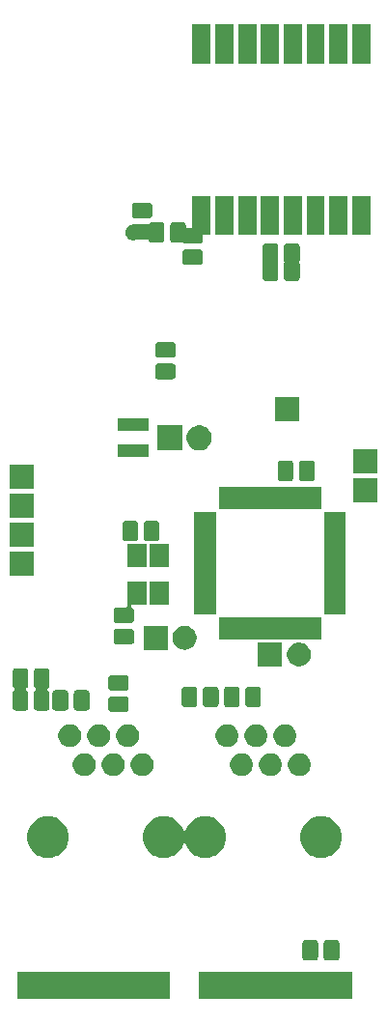
<source format=gts>
G04 #@! TF.GenerationSoftware,KiCad,Pcbnew,5.1.6-c6e7f7d~87~ubuntu20.04.1*
G04 #@! TF.CreationDate,2020-07-20T11:44:09+02:00*
G04 #@! TF.ProjectId,weerstasie,77656572-7374-4617-9369-652e6b696361,rev?*
G04 #@! TF.SameCoordinates,Original*
G04 #@! TF.FileFunction,Soldermask,Top*
G04 #@! TF.FilePolarity,Negative*
%FSLAX46Y46*%
G04 Gerber Fmt 4.6, Leading zero omitted, Abs format (unit mm)*
G04 Created by KiCad (PCBNEW 5.1.6-c6e7f7d~87~ubuntu20.04.1) date 2020-07-20 11:44:09*
%MOMM*%
%LPD*%
G01*
G04 APERTURE LIST*
%ADD10C,0.100000*%
G04 APERTURE END LIST*
D10*
G36*
X132200000Y-132200000D02*
G01*
X118800000Y-132200000D01*
X118800000Y-129800000D01*
X132200000Y-129800000D01*
X132200000Y-132200000D01*
G37*
G36*
X116200000Y-132200000D02*
G01*
X102800000Y-132200000D01*
X102800000Y-129800000D01*
X116200000Y-129800000D01*
X116200000Y-132200000D01*
G37*
G36*
X128989599Y-127020397D02*
G01*
X129042247Y-127036368D01*
X129090768Y-127062302D01*
X129133295Y-127097205D01*
X129168198Y-127139732D01*
X129194132Y-127188253D01*
X129210103Y-127240901D01*
X129216100Y-127301790D01*
X129216100Y-128527010D01*
X129210103Y-128587899D01*
X129194132Y-128640547D01*
X129168198Y-128689068D01*
X129133295Y-128731595D01*
X129090768Y-128766498D01*
X129042247Y-128792432D01*
X128989599Y-128808403D01*
X128928710Y-128814400D01*
X128128490Y-128814400D01*
X128067601Y-128808403D01*
X128014953Y-128792432D01*
X127966432Y-128766498D01*
X127923905Y-128731595D01*
X127889002Y-128689068D01*
X127863068Y-128640547D01*
X127847097Y-128587899D01*
X127841100Y-128527010D01*
X127841100Y-127301790D01*
X127847097Y-127240901D01*
X127863068Y-127188253D01*
X127889002Y-127139732D01*
X127923905Y-127097205D01*
X127966432Y-127062302D01*
X128014953Y-127036368D01*
X128067601Y-127020397D01*
X128128490Y-127014400D01*
X128928710Y-127014400D01*
X128989599Y-127020397D01*
G37*
G36*
X130864599Y-127020397D02*
G01*
X130917247Y-127036368D01*
X130965768Y-127062302D01*
X131008295Y-127097205D01*
X131043198Y-127139732D01*
X131069132Y-127188253D01*
X131085103Y-127240901D01*
X131091100Y-127301790D01*
X131091100Y-128527010D01*
X131085103Y-128587899D01*
X131069132Y-128640547D01*
X131043198Y-128689068D01*
X131008295Y-128731595D01*
X130965768Y-128766498D01*
X130917247Y-128792432D01*
X130864599Y-128808403D01*
X130803710Y-128814400D01*
X130003490Y-128814400D01*
X129942601Y-128808403D01*
X129889953Y-128792432D01*
X129841432Y-128766498D01*
X129798905Y-128731595D01*
X129764002Y-128689068D01*
X129738068Y-128640547D01*
X129722097Y-128587899D01*
X129716100Y-128527010D01*
X129716100Y-127301790D01*
X129722097Y-127240901D01*
X129738068Y-127188253D01*
X129764002Y-127139732D01*
X129798905Y-127097205D01*
X129841432Y-127062302D01*
X129889953Y-127036368D01*
X129942601Y-127020397D01*
X130003490Y-127014400D01*
X130803710Y-127014400D01*
X130864599Y-127020397D01*
G37*
G36*
X116036040Y-116210067D02*
G01*
X116212333Y-116245134D01*
X116349904Y-116302118D01*
X116544460Y-116382705D01*
X116843369Y-116582430D01*
X117097570Y-116836631D01*
X117297295Y-117135540D01*
X117384516Y-117346111D01*
X117396067Y-117367722D01*
X117411612Y-117386663D01*
X117430554Y-117402209D01*
X117452165Y-117413760D01*
X117475614Y-117420873D01*
X117500000Y-117423275D01*
X117524386Y-117420873D01*
X117547835Y-117413760D01*
X117569446Y-117402209D01*
X117588387Y-117386664D01*
X117603933Y-117367722D01*
X117615484Y-117346111D01*
X117702705Y-117135540D01*
X117902430Y-116836631D01*
X118156631Y-116582430D01*
X118455540Y-116382705D01*
X118650096Y-116302118D01*
X118787667Y-116245134D01*
X118963960Y-116210067D01*
X119140252Y-116175000D01*
X119499748Y-116175000D01*
X119676040Y-116210067D01*
X119852333Y-116245134D01*
X119989904Y-116302118D01*
X120184460Y-116382705D01*
X120483369Y-116582430D01*
X120737570Y-116836631D01*
X120937295Y-117135540D01*
X121074866Y-117467668D01*
X121145000Y-117820252D01*
X121145000Y-118179748D01*
X121074866Y-118532332D01*
X120937295Y-118864460D01*
X120737570Y-119163369D01*
X120483369Y-119417570D01*
X120184460Y-119617295D01*
X119989904Y-119697882D01*
X119852333Y-119754866D01*
X119676040Y-119789933D01*
X119499748Y-119825000D01*
X119140252Y-119825000D01*
X118963960Y-119789933D01*
X118787667Y-119754866D01*
X118650096Y-119697882D01*
X118455540Y-119617295D01*
X118156631Y-119417570D01*
X117902430Y-119163369D01*
X117702705Y-118864460D01*
X117615484Y-118653889D01*
X117603933Y-118632278D01*
X117588388Y-118613337D01*
X117569446Y-118597791D01*
X117547835Y-118586240D01*
X117524386Y-118579127D01*
X117500000Y-118576725D01*
X117475614Y-118579127D01*
X117452165Y-118586240D01*
X117430554Y-118597791D01*
X117411613Y-118613336D01*
X117396067Y-118632278D01*
X117384516Y-118653889D01*
X117297295Y-118864460D01*
X117097570Y-119163369D01*
X116843369Y-119417570D01*
X116544460Y-119617295D01*
X116349904Y-119697882D01*
X116212333Y-119754866D01*
X116036040Y-119789933D01*
X115859748Y-119825000D01*
X115500252Y-119825000D01*
X115323960Y-119789933D01*
X115147667Y-119754866D01*
X115010096Y-119697882D01*
X114815540Y-119617295D01*
X114516631Y-119417570D01*
X114262430Y-119163369D01*
X114062705Y-118864460D01*
X113925134Y-118532332D01*
X113855000Y-118179748D01*
X113855000Y-117820252D01*
X113925134Y-117467668D01*
X114062705Y-117135540D01*
X114262430Y-116836631D01*
X114516631Y-116582430D01*
X114815540Y-116382705D01*
X115010096Y-116302118D01*
X115147667Y-116245134D01*
X115323960Y-116210067D01*
X115500252Y-116175000D01*
X115859748Y-116175000D01*
X116036040Y-116210067D01*
G37*
G36*
X129836040Y-116210067D02*
G01*
X130012333Y-116245134D01*
X130149904Y-116302118D01*
X130344460Y-116382705D01*
X130643369Y-116582430D01*
X130897570Y-116836631D01*
X131097295Y-117135540D01*
X131234866Y-117467668D01*
X131305000Y-117820252D01*
X131305000Y-118179748D01*
X131234866Y-118532332D01*
X131097295Y-118864460D01*
X130897570Y-119163369D01*
X130643369Y-119417570D01*
X130344460Y-119617295D01*
X130149904Y-119697882D01*
X130012333Y-119754866D01*
X129836040Y-119789933D01*
X129659748Y-119825000D01*
X129300252Y-119825000D01*
X129123960Y-119789933D01*
X128947667Y-119754866D01*
X128810096Y-119697882D01*
X128615540Y-119617295D01*
X128316631Y-119417570D01*
X128062430Y-119163369D01*
X127862705Y-118864460D01*
X127725134Y-118532332D01*
X127655000Y-118179748D01*
X127655000Y-117820252D01*
X127725134Y-117467668D01*
X127862705Y-117135540D01*
X128062430Y-116836631D01*
X128316631Y-116582430D01*
X128615540Y-116382705D01*
X128810096Y-116302118D01*
X128947667Y-116245134D01*
X129123960Y-116210067D01*
X129300252Y-116175000D01*
X129659748Y-116175000D01*
X129836040Y-116210067D01*
G37*
G36*
X105876040Y-116210067D02*
G01*
X106052333Y-116245134D01*
X106189904Y-116302118D01*
X106384460Y-116382705D01*
X106683369Y-116582430D01*
X106937570Y-116836631D01*
X107137295Y-117135540D01*
X107274866Y-117467668D01*
X107345000Y-117820252D01*
X107345000Y-118179748D01*
X107274866Y-118532332D01*
X107137295Y-118864460D01*
X106937570Y-119163369D01*
X106683369Y-119417570D01*
X106384460Y-119617295D01*
X106189904Y-119697882D01*
X106052333Y-119754866D01*
X105876040Y-119789933D01*
X105699748Y-119825000D01*
X105340252Y-119825000D01*
X105163960Y-119789933D01*
X104987667Y-119754866D01*
X104850096Y-119697882D01*
X104655540Y-119617295D01*
X104356631Y-119417570D01*
X104102430Y-119163369D01*
X103902705Y-118864460D01*
X103765134Y-118532332D01*
X103695000Y-118179748D01*
X103695000Y-117820252D01*
X103765134Y-117467668D01*
X103902705Y-117135540D01*
X104102430Y-116836631D01*
X104356631Y-116582430D01*
X104655540Y-116382705D01*
X104850096Y-116302118D01*
X104987667Y-116245134D01*
X105163960Y-116210067D01*
X105340252Y-116175000D01*
X105699748Y-116175000D01*
X105876040Y-116210067D01*
G37*
G36*
X125262290Y-110675619D02*
G01*
X125326689Y-110688429D01*
X125508678Y-110763811D01*
X125672463Y-110873249D01*
X125811751Y-111012537D01*
X125921189Y-111176322D01*
X125996571Y-111358311D01*
X126035000Y-111551509D01*
X126035000Y-111748491D01*
X125996571Y-111941689D01*
X125921189Y-112123678D01*
X125811751Y-112287463D01*
X125672463Y-112426751D01*
X125508678Y-112536189D01*
X125326689Y-112611571D01*
X125262290Y-112624381D01*
X125133493Y-112650000D01*
X124936507Y-112650000D01*
X124807710Y-112624381D01*
X124743311Y-112611571D01*
X124561322Y-112536189D01*
X124397537Y-112426751D01*
X124258249Y-112287463D01*
X124148811Y-112123678D01*
X124073429Y-111941689D01*
X124035000Y-111748491D01*
X124035000Y-111551509D01*
X124073429Y-111358311D01*
X124148811Y-111176322D01*
X124258249Y-111012537D01*
X124397537Y-110873249D01*
X124561322Y-110763811D01*
X124743311Y-110688429D01*
X124807710Y-110675619D01*
X124936507Y-110650000D01*
X125133493Y-110650000D01*
X125262290Y-110675619D01*
G37*
G36*
X127802290Y-110675619D02*
G01*
X127866689Y-110688429D01*
X128048678Y-110763811D01*
X128212463Y-110873249D01*
X128351751Y-111012537D01*
X128461189Y-111176322D01*
X128536571Y-111358311D01*
X128575000Y-111551509D01*
X128575000Y-111748491D01*
X128536571Y-111941689D01*
X128461189Y-112123678D01*
X128351751Y-112287463D01*
X128212463Y-112426751D01*
X128048678Y-112536189D01*
X127866689Y-112611571D01*
X127802290Y-112624381D01*
X127673493Y-112650000D01*
X127476507Y-112650000D01*
X127347710Y-112624381D01*
X127283311Y-112611571D01*
X127101322Y-112536189D01*
X126937537Y-112426751D01*
X126798249Y-112287463D01*
X126688811Y-112123678D01*
X126613429Y-111941689D01*
X126575000Y-111748491D01*
X126575000Y-111551509D01*
X126613429Y-111358311D01*
X126688811Y-111176322D01*
X126798249Y-111012537D01*
X126937537Y-110873249D01*
X127101322Y-110763811D01*
X127283311Y-110688429D01*
X127347710Y-110675619D01*
X127476507Y-110650000D01*
X127673493Y-110650000D01*
X127802290Y-110675619D01*
G37*
G36*
X122722290Y-110675619D02*
G01*
X122786689Y-110688429D01*
X122968678Y-110763811D01*
X123132463Y-110873249D01*
X123271751Y-111012537D01*
X123381189Y-111176322D01*
X123456571Y-111358311D01*
X123495000Y-111551509D01*
X123495000Y-111748491D01*
X123456571Y-111941689D01*
X123381189Y-112123678D01*
X123271751Y-112287463D01*
X123132463Y-112426751D01*
X122968678Y-112536189D01*
X122786689Y-112611571D01*
X122722290Y-112624381D01*
X122593493Y-112650000D01*
X122396507Y-112650000D01*
X122267710Y-112624381D01*
X122203311Y-112611571D01*
X122021322Y-112536189D01*
X121857537Y-112426751D01*
X121718249Y-112287463D01*
X121608811Y-112123678D01*
X121533429Y-111941689D01*
X121495000Y-111748491D01*
X121495000Y-111551509D01*
X121533429Y-111358311D01*
X121608811Y-111176322D01*
X121718249Y-111012537D01*
X121857537Y-110873249D01*
X122021322Y-110763811D01*
X122203311Y-110688429D01*
X122267710Y-110675619D01*
X122396507Y-110650000D01*
X122593493Y-110650000D01*
X122722290Y-110675619D01*
G37*
G36*
X114002290Y-110675619D02*
G01*
X114066689Y-110688429D01*
X114248678Y-110763811D01*
X114412463Y-110873249D01*
X114551751Y-111012537D01*
X114661189Y-111176322D01*
X114736571Y-111358311D01*
X114775000Y-111551509D01*
X114775000Y-111748491D01*
X114736571Y-111941689D01*
X114661189Y-112123678D01*
X114551751Y-112287463D01*
X114412463Y-112426751D01*
X114248678Y-112536189D01*
X114066689Y-112611571D01*
X114002290Y-112624381D01*
X113873493Y-112650000D01*
X113676507Y-112650000D01*
X113547710Y-112624381D01*
X113483311Y-112611571D01*
X113301322Y-112536189D01*
X113137537Y-112426751D01*
X112998249Y-112287463D01*
X112888811Y-112123678D01*
X112813429Y-111941689D01*
X112775000Y-111748491D01*
X112775000Y-111551509D01*
X112813429Y-111358311D01*
X112888811Y-111176322D01*
X112998249Y-111012537D01*
X113137537Y-110873249D01*
X113301322Y-110763811D01*
X113483311Y-110688429D01*
X113547710Y-110675619D01*
X113676507Y-110650000D01*
X113873493Y-110650000D01*
X114002290Y-110675619D01*
G37*
G36*
X111462290Y-110675619D02*
G01*
X111526689Y-110688429D01*
X111708678Y-110763811D01*
X111872463Y-110873249D01*
X112011751Y-111012537D01*
X112121189Y-111176322D01*
X112196571Y-111358311D01*
X112235000Y-111551509D01*
X112235000Y-111748491D01*
X112196571Y-111941689D01*
X112121189Y-112123678D01*
X112011751Y-112287463D01*
X111872463Y-112426751D01*
X111708678Y-112536189D01*
X111526689Y-112611571D01*
X111462290Y-112624381D01*
X111333493Y-112650000D01*
X111136507Y-112650000D01*
X111007710Y-112624381D01*
X110943311Y-112611571D01*
X110761322Y-112536189D01*
X110597537Y-112426751D01*
X110458249Y-112287463D01*
X110348811Y-112123678D01*
X110273429Y-111941689D01*
X110235000Y-111748491D01*
X110235000Y-111551509D01*
X110273429Y-111358311D01*
X110348811Y-111176322D01*
X110458249Y-111012537D01*
X110597537Y-110873249D01*
X110761322Y-110763811D01*
X110943311Y-110688429D01*
X111007710Y-110675619D01*
X111136507Y-110650000D01*
X111333493Y-110650000D01*
X111462290Y-110675619D01*
G37*
G36*
X108922290Y-110675619D02*
G01*
X108986689Y-110688429D01*
X109168678Y-110763811D01*
X109332463Y-110873249D01*
X109471751Y-111012537D01*
X109581189Y-111176322D01*
X109656571Y-111358311D01*
X109695000Y-111551509D01*
X109695000Y-111748491D01*
X109656571Y-111941689D01*
X109581189Y-112123678D01*
X109471751Y-112287463D01*
X109332463Y-112426751D01*
X109168678Y-112536189D01*
X108986689Y-112611571D01*
X108922290Y-112624381D01*
X108793493Y-112650000D01*
X108596507Y-112650000D01*
X108467710Y-112624381D01*
X108403311Y-112611571D01*
X108221322Y-112536189D01*
X108057537Y-112426751D01*
X107918249Y-112287463D01*
X107808811Y-112123678D01*
X107733429Y-111941689D01*
X107695000Y-111748491D01*
X107695000Y-111551509D01*
X107733429Y-111358311D01*
X107808811Y-111176322D01*
X107918249Y-111012537D01*
X108057537Y-110873249D01*
X108221322Y-110763811D01*
X108403311Y-110688429D01*
X108467710Y-110675619D01*
X108596507Y-110650000D01*
X108793493Y-110650000D01*
X108922290Y-110675619D01*
G37*
G36*
X110192290Y-108135619D02*
G01*
X110256689Y-108148429D01*
X110438678Y-108223811D01*
X110602463Y-108333249D01*
X110741751Y-108472537D01*
X110851189Y-108636322D01*
X110926571Y-108818311D01*
X110965000Y-109011509D01*
X110965000Y-109208491D01*
X110926571Y-109401689D01*
X110851189Y-109583678D01*
X110741751Y-109747463D01*
X110602463Y-109886751D01*
X110438678Y-109996189D01*
X110256689Y-110071571D01*
X110192290Y-110084381D01*
X110063493Y-110110000D01*
X109866507Y-110110000D01*
X109737710Y-110084381D01*
X109673311Y-110071571D01*
X109491322Y-109996189D01*
X109327537Y-109886751D01*
X109188249Y-109747463D01*
X109078811Y-109583678D01*
X109003429Y-109401689D01*
X108965000Y-109208491D01*
X108965000Y-109011509D01*
X109003429Y-108818311D01*
X109078811Y-108636322D01*
X109188249Y-108472537D01*
X109327537Y-108333249D01*
X109491322Y-108223811D01*
X109673311Y-108148429D01*
X109737710Y-108135619D01*
X109866507Y-108110000D01*
X110063493Y-108110000D01*
X110192290Y-108135619D01*
G37*
G36*
X126532290Y-108135619D02*
G01*
X126596689Y-108148429D01*
X126778678Y-108223811D01*
X126942463Y-108333249D01*
X127081751Y-108472537D01*
X127191189Y-108636322D01*
X127266571Y-108818311D01*
X127305000Y-109011509D01*
X127305000Y-109208491D01*
X127266571Y-109401689D01*
X127191189Y-109583678D01*
X127081751Y-109747463D01*
X126942463Y-109886751D01*
X126778678Y-109996189D01*
X126596689Y-110071571D01*
X126532290Y-110084381D01*
X126403493Y-110110000D01*
X126206507Y-110110000D01*
X126077710Y-110084381D01*
X126013311Y-110071571D01*
X125831322Y-109996189D01*
X125667537Y-109886751D01*
X125528249Y-109747463D01*
X125418811Y-109583678D01*
X125343429Y-109401689D01*
X125305000Y-109208491D01*
X125305000Y-109011509D01*
X125343429Y-108818311D01*
X125418811Y-108636322D01*
X125528249Y-108472537D01*
X125667537Y-108333249D01*
X125831322Y-108223811D01*
X126013311Y-108148429D01*
X126077710Y-108135619D01*
X126206507Y-108110000D01*
X126403493Y-108110000D01*
X126532290Y-108135619D01*
G37*
G36*
X112732290Y-108135619D02*
G01*
X112796689Y-108148429D01*
X112978678Y-108223811D01*
X113142463Y-108333249D01*
X113281751Y-108472537D01*
X113391189Y-108636322D01*
X113466571Y-108818311D01*
X113505000Y-109011509D01*
X113505000Y-109208491D01*
X113466571Y-109401689D01*
X113391189Y-109583678D01*
X113281751Y-109747463D01*
X113142463Y-109886751D01*
X112978678Y-109996189D01*
X112796689Y-110071571D01*
X112732290Y-110084381D01*
X112603493Y-110110000D01*
X112406507Y-110110000D01*
X112277710Y-110084381D01*
X112213311Y-110071571D01*
X112031322Y-109996189D01*
X111867537Y-109886751D01*
X111728249Y-109747463D01*
X111618811Y-109583678D01*
X111543429Y-109401689D01*
X111505000Y-109208491D01*
X111505000Y-109011509D01*
X111543429Y-108818311D01*
X111618811Y-108636322D01*
X111728249Y-108472537D01*
X111867537Y-108333249D01*
X112031322Y-108223811D01*
X112213311Y-108148429D01*
X112277710Y-108135619D01*
X112406507Y-108110000D01*
X112603493Y-108110000D01*
X112732290Y-108135619D01*
G37*
G36*
X107652290Y-108135619D02*
G01*
X107716689Y-108148429D01*
X107898678Y-108223811D01*
X108062463Y-108333249D01*
X108201751Y-108472537D01*
X108311189Y-108636322D01*
X108386571Y-108818311D01*
X108425000Y-109011509D01*
X108425000Y-109208491D01*
X108386571Y-109401689D01*
X108311189Y-109583678D01*
X108201751Y-109747463D01*
X108062463Y-109886751D01*
X107898678Y-109996189D01*
X107716689Y-110071571D01*
X107652290Y-110084381D01*
X107523493Y-110110000D01*
X107326507Y-110110000D01*
X107197710Y-110084381D01*
X107133311Y-110071571D01*
X106951322Y-109996189D01*
X106787537Y-109886751D01*
X106648249Y-109747463D01*
X106538811Y-109583678D01*
X106463429Y-109401689D01*
X106425000Y-109208491D01*
X106425000Y-109011509D01*
X106463429Y-108818311D01*
X106538811Y-108636322D01*
X106648249Y-108472537D01*
X106787537Y-108333249D01*
X106951322Y-108223811D01*
X107133311Y-108148429D01*
X107197710Y-108135619D01*
X107326507Y-108110000D01*
X107523493Y-108110000D01*
X107652290Y-108135619D01*
G37*
G36*
X121452290Y-108135619D02*
G01*
X121516689Y-108148429D01*
X121698678Y-108223811D01*
X121862463Y-108333249D01*
X122001751Y-108472537D01*
X122111189Y-108636322D01*
X122186571Y-108818311D01*
X122225000Y-109011509D01*
X122225000Y-109208491D01*
X122186571Y-109401689D01*
X122111189Y-109583678D01*
X122001751Y-109747463D01*
X121862463Y-109886751D01*
X121698678Y-109996189D01*
X121516689Y-110071571D01*
X121452290Y-110084381D01*
X121323493Y-110110000D01*
X121126507Y-110110000D01*
X120997710Y-110084381D01*
X120933311Y-110071571D01*
X120751322Y-109996189D01*
X120587537Y-109886751D01*
X120448249Y-109747463D01*
X120338811Y-109583678D01*
X120263429Y-109401689D01*
X120225000Y-109208491D01*
X120225000Y-109011509D01*
X120263429Y-108818311D01*
X120338811Y-108636322D01*
X120448249Y-108472537D01*
X120587537Y-108333249D01*
X120751322Y-108223811D01*
X120933311Y-108148429D01*
X120997710Y-108135619D01*
X121126507Y-108110000D01*
X121323493Y-108110000D01*
X121452290Y-108135619D01*
G37*
G36*
X123992290Y-108135619D02*
G01*
X124056689Y-108148429D01*
X124238678Y-108223811D01*
X124402463Y-108333249D01*
X124541751Y-108472537D01*
X124651189Y-108636322D01*
X124726571Y-108818311D01*
X124765000Y-109011509D01*
X124765000Y-109208491D01*
X124726571Y-109401689D01*
X124651189Y-109583678D01*
X124541751Y-109747463D01*
X124402463Y-109886751D01*
X124238678Y-109996189D01*
X124056689Y-110071571D01*
X123992290Y-110084381D01*
X123863493Y-110110000D01*
X123666507Y-110110000D01*
X123537710Y-110084381D01*
X123473311Y-110071571D01*
X123291322Y-109996189D01*
X123127537Y-109886751D01*
X122988249Y-109747463D01*
X122878811Y-109583678D01*
X122803429Y-109401689D01*
X122765000Y-109208491D01*
X122765000Y-109011509D01*
X122803429Y-108818311D01*
X122878811Y-108636322D01*
X122988249Y-108472537D01*
X123127537Y-108333249D01*
X123291322Y-108223811D01*
X123473311Y-108148429D01*
X123537710Y-108135619D01*
X123666507Y-108110000D01*
X123863493Y-108110000D01*
X123992290Y-108135619D01*
G37*
G36*
X112382699Y-105665997D02*
G01*
X112435347Y-105681968D01*
X112483868Y-105707902D01*
X112526395Y-105742805D01*
X112561298Y-105785332D01*
X112587232Y-105833853D01*
X112603203Y-105886501D01*
X112609200Y-105947390D01*
X112609200Y-106747610D01*
X112603203Y-106808499D01*
X112587232Y-106861147D01*
X112561298Y-106909668D01*
X112526395Y-106952195D01*
X112483868Y-106987098D01*
X112435347Y-107013032D01*
X112382699Y-107029003D01*
X112321810Y-107035000D01*
X111096590Y-107035000D01*
X111035701Y-107029003D01*
X110983053Y-107013032D01*
X110934532Y-106987098D01*
X110892005Y-106952195D01*
X110857102Y-106909668D01*
X110831168Y-106861147D01*
X110815197Y-106808499D01*
X110809200Y-106747610D01*
X110809200Y-105947390D01*
X110815197Y-105886501D01*
X110831168Y-105833853D01*
X110857102Y-105785332D01*
X110892005Y-105742805D01*
X110934532Y-105707902D01*
X110983053Y-105681968D01*
X111035701Y-105665997D01*
X111096590Y-105660000D01*
X112321810Y-105660000D01*
X112382699Y-105665997D01*
G37*
G36*
X108942099Y-105125597D02*
G01*
X108994747Y-105141568D01*
X109043268Y-105167502D01*
X109085795Y-105202405D01*
X109120698Y-105244932D01*
X109146632Y-105293453D01*
X109162603Y-105346101D01*
X109168600Y-105406990D01*
X109168600Y-106632210D01*
X109162603Y-106693099D01*
X109146632Y-106745747D01*
X109120698Y-106794268D01*
X109085795Y-106836795D01*
X109043268Y-106871698D01*
X108994747Y-106897632D01*
X108942099Y-106913603D01*
X108881210Y-106919600D01*
X108080990Y-106919600D01*
X108020101Y-106913603D01*
X107967453Y-106897632D01*
X107918932Y-106871698D01*
X107876405Y-106836795D01*
X107841502Y-106794268D01*
X107815568Y-106745747D01*
X107799597Y-106693099D01*
X107793600Y-106632210D01*
X107793600Y-105406990D01*
X107799597Y-105346101D01*
X107815568Y-105293453D01*
X107841502Y-105244932D01*
X107876405Y-105202405D01*
X107918932Y-105167502D01*
X107967453Y-105141568D01*
X108020101Y-105125597D01*
X108080990Y-105119600D01*
X108881210Y-105119600D01*
X108942099Y-105125597D01*
G37*
G36*
X103561899Y-103195197D02*
G01*
X103614547Y-103211168D01*
X103663068Y-103237102D01*
X103705595Y-103272005D01*
X103740498Y-103314532D01*
X103766432Y-103363053D01*
X103782403Y-103415701D01*
X103788400Y-103476590D01*
X103788400Y-104701810D01*
X103782403Y-104762699D01*
X103766432Y-104815347D01*
X103740498Y-104863868D01*
X103705595Y-104906395D01*
X103663064Y-104941301D01*
X103657713Y-104944161D01*
X103637339Y-104957774D01*
X103620012Y-104975101D01*
X103606398Y-104995476D01*
X103597020Y-105018115D01*
X103592240Y-105042148D01*
X103592240Y-105066652D01*
X103597020Y-105090685D01*
X103606398Y-105113324D01*
X103620011Y-105133698D01*
X103637338Y-105151025D01*
X103657713Y-105164639D01*
X103663064Y-105167499D01*
X103705595Y-105202405D01*
X103740498Y-105244932D01*
X103766432Y-105293453D01*
X103782403Y-105346101D01*
X103788400Y-105406990D01*
X103788400Y-106632210D01*
X103782403Y-106693099D01*
X103766432Y-106745747D01*
X103740498Y-106794268D01*
X103705595Y-106836795D01*
X103663068Y-106871698D01*
X103614547Y-106897632D01*
X103561899Y-106913603D01*
X103501010Y-106919600D01*
X102700790Y-106919600D01*
X102639901Y-106913603D01*
X102587253Y-106897632D01*
X102538732Y-106871698D01*
X102496205Y-106836795D01*
X102461302Y-106794268D01*
X102435368Y-106745747D01*
X102419397Y-106693099D01*
X102413400Y-106632210D01*
X102413400Y-105406990D01*
X102419397Y-105346101D01*
X102435368Y-105293453D01*
X102461302Y-105244932D01*
X102496205Y-105202405D01*
X102538736Y-105167499D01*
X102544087Y-105164639D01*
X102564461Y-105151026D01*
X102581788Y-105133699D01*
X102595402Y-105113324D01*
X102604780Y-105090685D01*
X102609560Y-105066652D01*
X102609560Y-105042148D01*
X102604780Y-105018115D01*
X102595402Y-104995476D01*
X102581789Y-104975102D01*
X102564462Y-104957775D01*
X102544087Y-104944161D01*
X102538736Y-104941301D01*
X102496205Y-104906395D01*
X102461302Y-104863868D01*
X102435368Y-104815347D01*
X102419397Y-104762699D01*
X102413400Y-104701810D01*
X102413400Y-103476590D01*
X102419397Y-103415701D01*
X102435368Y-103363053D01*
X102461302Y-103314532D01*
X102496205Y-103272005D01*
X102538732Y-103237102D01*
X102587253Y-103211168D01*
X102639901Y-103195197D01*
X102700790Y-103189200D01*
X103501010Y-103189200D01*
X103561899Y-103195197D01*
G37*
G36*
X107067099Y-105125597D02*
G01*
X107119747Y-105141568D01*
X107168268Y-105167502D01*
X107210795Y-105202405D01*
X107245698Y-105244932D01*
X107271632Y-105293453D01*
X107287603Y-105346101D01*
X107293600Y-105406990D01*
X107293600Y-106632210D01*
X107287603Y-106693099D01*
X107271632Y-106745747D01*
X107245698Y-106794268D01*
X107210795Y-106836795D01*
X107168268Y-106871698D01*
X107119747Y-106897632D01*
X107067099Y-106913603D01*
X107006210Y-106919600D01*
X106205990Y-106919600D01*
X106145101Y-106913603D01*
X106092453Y-106897632D01*
X106043932Y-106871698D01*
X106001405Y-106836795D01*
X105966502Y-106794268D01*
X105940568Y-106745747D01*
X105924597Y-106693099D01*
X105918600Y-106632210D01*
X105918600Y-105406990D01*
X105924597Y-105346101D01*
X105940568Y-105293453D01*
X105966502Y-105244932D01*
X106001405Y-105202405D01*
X106043932Y-105167502D01*
X106092453Y-105141568D01*
X106145101Y-105125597D01*
X106205990Y-105119600D01*
X107006210Y-105119600D01*
X107067099Y-105125597D01*
G37*
G36*
X105436899Y-103195197D02*
G01*
X105489547Y-103211168D01*
X105538068Y-103237102D01*
X105580595Y-103272005D01*
X105615498Y-103314532D01*
X105641432Y-103363053D01*
X105657403Y-103415701D01*
X105663400Y-103476590D01*
X105663400Y-104701810D01*
X105657403Y-104762699D01*
X105641432Y-104815347D01*
X105615498Y-104863868D01*
X105580595Y-104906395D01*
X105538064Y-104941301D01*
X105532713Y-104944161D01*
X105512339Y-104957774D01*
X105495012Y-104975101D01*
X105481398Y-104995476D01*
X105472020Y-105018115D01*
X105467240Y-105042148D01*
X105467240Y-105066652D01*
X105472020Y-105090685D01*
X105481398Y-105113324D01*
X105495011Y-105133698D01*
X105512338Y-105151025D01*
X105532713Y-105164639D01*
X105538064Y-105167499D01*
X105580595Y-105202405D01*
X105615498Y-105244932D01*
X105641432Y-105293453D01*
X105657403Y-105346101D01*
X105663400Y-105406990D01*
X105663400Y-106632210D01*
X105657403Y-106693099D01*
X105641432Y-106745747D01*
X105615498Y-106794268D01*
X105580595Y-106836795D01*
X105538068Y-106871698D01*
X105489547Y-106897632D01*
X105436899Y-106913603D01*
X105376010Y-106919600D01*
X104575790Y-106919600D01*
X104514901Y-106913603D01*
X104462253Y-106897632D01*
X104413732Y-106871698D01*
X104371205Y-106836795D01*
X104336302Y-106794268D01*
X104310368Y-106745747D01*
X104294397Y-106693099D01*
X104288400Y-106632210D01*
X104288400Y-105406990D01*
X104294397Y-105346101D01*
X104310368Y-105293453D01*
X104336302Y-105244932D01*
X104371205Y-105202405D01*
X104413736Y-105167499D01*
X104419087Y-105164639D01*
X104439461Y-105151026D01*
X104456788Y-105133699D01*
X104470402Y-105113324D01*
X104479780Y-105090685D01*
X104484560Y-105066652D01*
X104484560Y-105042148D01*
X104479780Y-105018115D01*
X104470402Y-104995476D01*
X104456789Y-104975102D01*
X104439462Y-104957775D01*
X104419087Y-104944161D01*
X104413736Y-104941301D01*
X104371205Y-104906395D01*
X104336302Y-104863868D01*
X104310368Y-104815347D01*
X104294397Y-104762699D01*
X104288400Y-104701810D01*
X104288400Y-103476590D01*
X104294397Y-103415701D01*
X104310368Y-103363053D01*
X104336302Y-103314532D01*
X104371205Y-103272005D01*
X104413732Y-103237102D01*
X104462253Y-103211168D01*
X104514901Y-103195197D01*
X104575790Y-103189200D01*
X105376010Y-103189200D01*
X105436899Y-103195197D01*
G37*
G36*
X123978899Y-104820797D02*
G01*
X124031547Y-104836768D01*
X124080068Y-104862702D01*
X124122595Y-104897605D01*
X124157498Y-104940132D01*
X124183432Y-104988653D01*
X124199403Y-105041301D01*
X124205400Y-105102190D01*
X124205400Y-106327410D01*
X124199403Y-106388299D01*
X124183432Y-106440947D01*
X124157498Y-106489468D01*
X124122595Y-106531995D01*
X124080068Y-106566898D01*
X124031547Y-106592832D01*
X123978899Y-106608803D01*
X123918010Y-106614800D01*
X123117790Y-106614800D01*
X123056901Y-106608803D01*
X123004253Y-106592832D01*
X122955732Y-106566898D01*
X122913205Y-106531995D01*
X122878302Y-106489468D01*
X122852368Y-106440947D01*
X122836397Y-106388299D01*
X122830400Y-106327410D01*
X122830400Y-105102190D01*
X122836397Y-105041301D01*
X122852368Y-104988653D01*
X122878302Y-104940132D01*
X122913205Y-104897605D01*
X122955732Y-104862702D01*
X123004253Y-104836768D01*
X123056901Y-104820797D01*
X123117790Y-104814800D01*
X123918010Y-104814800D01*
X123978899Y-104820797D01*
G37*
G36*
X122103899Y-104820797D02*
G01*
X122156547Y-104836768D01*
X122205068Y-104862702D01*
X122247595Y-104897605D01*
X122282498Y-104940132D01*
X122308432Y-104988653D01*
X122324403Y-105041301D01*
X122330400Y-105102190D01*
X122330400Y-106327410D01*
X122324403Y-106388299D01*
X122308432Y-106440947D01*
X122282498Y-106489468D01*
X122247595Y-106531995D01*
X122205068Y-106566898D01*
X122156547Y-106592832D01*
X122103899Y-106608803D01*
X122043010Y-106614800D01*
X121242790Y-106614800D01*
X121181901Y-106608803D01*
X121129253Y-106592832D01*
X121080732Y-106566898D01*
X121038205Y-106531995D01*
X121003302Y-106489468D01*
X120977368Y-106440947D01*
X120961397Y-106388299D01*
X120955400Y-106327410D01*
X120955400Y-105102190D01*
X120961397Y-105041301D01*
X120977368Y-104988653D01*
X121003302Y-104940132D01*
X121038205Y-104897605D01*
X121080732Y-104862702D01*
X121129253Y-104836768D01*
X121181901Y-104820797D01*
X121242790Y-104814800D01*
X122043010Y-104814800D01*
X122103899Y-104820797D01*
G37*
G36*
X118395499Y-104820797D02*
G01*
X118448147Y-104836768D01*
X118496668Y-104862702D01*
X118539195Y-104897605D01*
X118574098Y-104940132D01*
X118600032Y-104988653D01*
X118616003Y-105041301D01*
X118622000Y-105102190D01*
X118622000Y-106327410D01*
X118616003Y-106388299D01*
X118600032Y-106440947D01*
X118574098Y-106489468D01*
X118539195Y-106531995D01*
X118496668Y-106566898D01*
X118448147Y-106592832D01*
X118395499Y-106608803D01*
X118334610Y-106614800D01*
X117534390Y-106614800D01*
X117473501Y-106608803D01*
X117420853Y-106592832D01*
X117372332Y-106566898D01*
X117329805Y-106531995D01*
X117294902Y-106489468D01*
X117268968Y-106440947D01*
X117252997Y-106388299D01*
X117247000Y-106327410D01*
X117247000Y-105102190D01*
X117252997Y-105041301D01*
X117268968Y-104988653D01*
X117294902Y-104940132D01*
X117329805Y-104897605D01*
X117372332Y-104862702D01*
X117420853Y-104836768D01*
X117473501Y-104820797D01*
X117534390Y-104814800D01*
X118334610Y-104814800D01*
X118395499Y-104820797D01*
G37*
G36*
X120270499Y-104820797D02*
G01*
X120323147Y-104836768D01*
X120371668Y-104862702D01*
X120414195Y-104897605D01*
X120449098Y-104940132D01*
X120475032Y-104988653D01*
X120491003Y-105041301D01*
X120497000Y-105102190D01*
X120497000Y-106327410D01*
X120491003Y-106388299D01*
X120475032Y-106440947D01*
X120449098Y-106489468D01*
X120414195Y-106531995D01*
X120371668Y-106566898D01*
X120323147Y-106592832D01*
X120270499Y-106608803D01*
X120209610Y-106614800D01*
X119409390Y-106614800D01*
X119348501Y-106608803D01*
X119295853Y-106592832D01*
X119247332Y-106566898D01*
X119204805Y-106531995D01*
X119169902Y-106489468D01*
X119143968Y-106440947D01*
X119127997Y-106388299D01*
X119122000Y-106327410D01*
X119122000Y-105102190D01*
X119127997Y-105041301D01*
X119143968Y-104988653D01*
X119169902Y-104940132D01*
X119204805Y-104897605D01*
X119247332Y-104862702D01*
X119295853Y-104836768D01*
X119348501Y-104820797D01*
X119409390Y-104814800D01*
X120209610Y-104814800D01*
X120270499Y-104820797D01*
G37*
G36*
X112382699Y-103790997D02*
G01*
X112435347Y-103806968D01*
X112483868Y-103832902D01*
X112526395Y-103867805D01*
X112561298Y-103910332D01*
X112587232Y-103958853D01*
X112603203Y-104011501D01*
X112609200Y-104072390D01*
X112609200Y-104872610D01*
X112603203Y-104933499D01*
X112587232Y-104986147D01*
X112561298Y-105034668D01*
X112526395Y-105077195D01*
X112483868Y-105112098D01*
X112435347Y-105138032D01*
X112382699Y-105154003D01*
X112321810Y-105160000D01*
X111096590Y-105160000D01*
X111035701Y-105154003D01*
X110983053Y-105138032D01*
X110934532Y-105112098D01*
X110892005Y-105077195D01*
X110857102Y-105034668D01*
X110831168Y-104986147D01*
X110815197Y-104933499D01*
X110809200Y-104872610D01*
X110809200Y-104072390D01*
X110815197Y-104011501D01*
X110831168Y-103958853D01*
X110857102Y-103910332D01*
X110892005Y-103867805D01*
X110934532Y-103832902D01*
X110983053Y-103806968D01*
X111035701Y-103790997D01*
X111096590Y-103785000D01*
X112321810Y-103785000D01*
X112382699Y-103790997D01*
G37*
G36*
X126050000Y-103050000D02*
G01*
X123950000Y-103050000D01*
X123950000Y-100950000D01*
X126050000Y-100950000D01*
X126050000Y-103050000D01*
G37*
G36*
X127668687Y-100955027D02*
G01*
X127846274Y-100990350D01*
X128037362Y-101069502D01*
X128209336Y-101184411D01*
X128355589Y-101330664D01*
X128470498Y-101502638D01*
X128549650Y-101693726D01*
X128590000Y-101896584D01*
X128590000Y-102103416D01*
X128549650Y-102306274D01*
X128470498Y-102497362D01*
X128355589Y-102669336D01*
X128209336Y-102815589D01*
X128037362Y-102930498D01*
X127846274Y-103009650D01*
X127668687Y-103044973D01*
X127643417Y-103050000D01*
X127436583Y-103050000D01*
X127411313Y-103044973D01*
X127233726Y-103009650D01*
X127042638Y-102930498D01*
X126870664Y-102815589D01*
X126724411Y-102669336D01*
X126609502Y-102497362D01*
X126530350Y-102306274D01*
X126490000Y-102103416D01*
X126490000Y-101896584D01*
X126530350Y-101693726D01*
X126609502Y-101502638D01*
X126724411Y-101330664D01*
X126870664Y-101184411D01*
X127042638Y-101069502D01*
X127233726Y-100990350D01*
X127411313Y-100955027D01*
X127436583Y-100950000D01*
X127643417Y-100950000D01*
X127668687Y-100955027D01*
G37*
G36*
X116010400Y-101583200D02*
G01*
X113910400Y-101583200D01*
X113910400Y-99483200D01*
X116010400Y-99483200D01*
X116010400Y-101583200D01*
G37*
G36*
X117629087Y-99488227D02*
G01*
X117806674Y-99523550D01*
X117997762Y-99602702D01*
X118169736Y-99717611D01*
X118315989Y-99863864D01*
X118430898Y-100035838D01*
X118510050Y-100226926D01*
X118550400Y-100429784D01*
X118550400Y-100636616D01*
X118510050Y-100839474D01*
X118430898Y-101030562D01*
X118315989Y-101202536D01*
X118169736Y-101348789D01*
X117997762Y-101463698D01*
X117806674Y-101542850D01*
X117629087Y-101578173D01*
X117603817Y-101583200D01*
X117396983Y-101583200D01*
X117371713Y-101578173D01*
X117194126Y-101542850D01*
X117003038Y-101463698D01*
X116831064Y-101348789D01*
X116684811Y-101202536D01*
X116569902Y-101030562D01*
X116490750Y-100839474D01*
X116450400Y-100636616D01*
X116450400Y-100429784D01*
X116490750Y-100226926D01*
X116569902Y-100035838D01*
X116684811Y-99863864D01*
X116831064Y-99717611D01*
X117003038Y-99602702D01*
X117194126Y-99523550D01*
X117371713Y-99488227D01*
X117396983Y-99483200D01*
X117603817Y-99483200D01*
X117629087Y-99488227D01*
G37*
G36*
X112839899Y-99750097D02*
G01*
X112892547Y-99766068D01*
X112941068Y-99792002D01*
X112983595Y-99826905D01*
X113018498Y-99869432D01*
X113044432Y-99917953D01*
X113060403Y-99970601D01*
X113066400Y-100031490D01*
X113066400Y-100831710D01*
X113060403Y-100892599D01*
X113044432Y-100945247D01*
X113018498Y-100993768D01*
X112983595Y-101036295D01*
X112941068Y-101071198D01*
X112892547Y-101097132D01*
X112839899Y-101113103D01*
X112779010Y-101119100D01*
X111553790Y-101119100D01*
X111492901Y-101113103D01*
X111440253Y-101097132D01*
X111391732Y-101071198D01*
X111349205Y-101036295D01*
X111314302Y-100993768D01*
X111288368Y-100945247D01*
X111272397Y-100892599D01*
X111266400Y-100831710D01*
X111266400Y-100031490D01*
X111272397Y-99970601D01*
X111288368Y-99917953D01*
X111314302Y-99869432D01*
X111349205Y-99826905D01*
X111391732Y-99792002D01*
X111440253Y-99766068D01*
X111492901Y-99750097D01*
X111553790Y-99744100D01*
X112779010Y-99744100D01*
X112839899Y-99750097D01*
G37*
G36*
X129475000Y-100650000D02*
G01*
X120525000Y-100650000D01*
X120525000Y-98750000D01*
X129475000Y-98750000D01*
X129475000Y-100650000D01*
G37*
G36*
X114166000Y-97646000D02*
G01*
X112927343Y-97646000D01*
X112902957Y-97648402D01*
X112879508Y-97655515D01*
X112857897Y-97667066D01*
X112838955Y-97682611D01*
X112823410Y-97701553D01*
X112811859Y-97723164D01*
X112804746Y-97746613D01*
X112802344Y-97770999D01*
X112804746Y-97795385D01*
X112811859Y-97818834D01*
X112823410Y-97840445D01*
X112838955Y-97859387D01*
X112857897Y-97874932D01*
X112879508Y-97886483D01*
X112891058Y-97890616D01*
X112892547Y-97891068D01*
X112941068Y-97917002D01*
X112983595Y-97951905D01*
X113018498Y-97994432D01*
X113044432Y-98042953D01*
X113060403Y-98095601D01*
X113066400Y-98156490D01*
X113066400Y-98956710D01*
X113060403Y-99017599D01*
X113044432Y-99070247D01*
X113018498Y-99118768D01*
X112983595Y-99161295D01*
X112941068Y-99196198D01*
X112892547Y-99222132D01*
X112839899Y-99238103D01*
X112779010Y-99244100D01*
X111553790Y-99244100D01*
X111492901Y-99238103D01*
X111440253Y-99222132D01*
X111391732Y-99196198D01*
X111349205Y-99161295D01*
X111314302Y-99118768D01*
X111288368Y-99070247D01*
X111272397Y-99017599D01*
X111266400Y-98956710D01*
X111266400Y-98156490D01*
X111272397Y-98095601D01*
X111288368Y-98042953D01*
X111314302Y-97994432D01*
X111349205Y-97951905D01*
X111391732Y-97917002D01*
X111440253Y-97891068D01*
X111492901Y-97875097D01*
X111553790Y-97869100D01*
X112341001Y-97869100D01*
X112365387Y-97866698D01*
X112388836Y-97859585D01*
X112410447Y-97848034D01*
X112429389Y-97832489D01*
X112444934Y-97813547D01*
X112456485Y-97791936D01*
X112463598Y-97768487D01*
X112466000Y-97744101D01*
X112466000Y-95646000D01*
X114166000Y-95646000D01*
X114166000Y-97646000D01*
G37*
G36*
X120250000Y-98475000D02*
G01*
X118350000Y-98475000D01*
X118350000Y-89525000D01*
X120250000Y-89525000D01*
X120250000Y-98475000D01*
G37*
G36*
X131650000Y-98475000D02*
G01*
X129750000Y-98475000D01*
X129750000Y-89525000D01*
X131650000Y-89525000D01*
X131650000Y-98475000D01*
G37*
G36*
X116166000Y-97646000D02*
G01*
X114466000Y-97646000D01*
X114466000Y-95646000D01*
X116166000Y-95646000D01*
X116166000Y-97646000D01*
G37*
G36*
X104275600Y-95080800D02*
G01*
X102175600Y-95080800D01*
X102175600Y-92980800D01*
X104275600Y-92980800D01*
X104275600Y-95080800D01*
G37*
G36*
X116166000Y-94346000D02*
G01*
X114466000Y-94346000D01*
X114466000Y-92346000D01*
X116166000Y-92346000D01*
X116166000Y-94346000D01*
G37*
G36*
X114166000Y-94346000D02*
G01*
X112466000Y-94346000D01*
X112466000Y-92346000D01*
X114166000Y-92346000D01*
X114166000Y-94346000D01*
G37*
G36*
X104275600Y-92540800D02*
G01*
X102175600Y-92540800D01*
X102175600Y-90440800D01*
X104275600Y-90440800D01*
X104275600Y-92540800D01*
G37*
G36*
X113186199Y-90291997D02*
G01*
X113238847Y-90307968D01*
X113287368Y-90333902D01*
X113329895Y-90368805D01*
X113364798Y-90411332D01*
X113390732Y-90459853D01*
X113406703Y-90512501D01*
X113412700Y-90573390D01*
X113412700Y-91798610D01*
X113406703Y-91859499D01*
X113390732Y-91912147D01*
X113364798Y-91960668D01*
X113329895Y-92003195D01*
X113287368Y-92038098D01*
X113238847Y-92064032D01*
X113186199Y-92080003D01*
X113125310Y-92086000D01*
X112325090Y-92086000D01*
X112264201Y-92080003D01*
X112211553Y-92064032D01*
X112163032Y-92038098D01*
X112120505Y-92003195D01*
X112085602Y-91960668D01*
X112059668Y-91912147D01*
X112043697Y-91859499D01*
X112037700Y-91798610D01*
X112037700Y-90573390D01*
X112043697Y-90512501D01*
X112059668Y-90459853D01*
X112085602Y-90411332D01*
X112120505Y-90368805D01*
X112163032Y-90333902D01*
X112211553Y-90307968D01*
X112264201Y-90291997D01*
X112325090Y-90286000D01*
X113125310Y-90286000D01*
X113186199Y-90291997D01*
G37*
G36*
X115061199Y-90291997D02*
G01*
X115113847Y-90307968D01*
X115162368Y-90333902D01*
X115204895Y-90368805D01*
X115239798Y-90411332D01*
X115265732Y-90459853D01*
X115281703Y-90512501D01*
X115287700Y-90573390D01*
X115287700Y-91798610D01*
X115281703Y-91859499D01*
X115265732Y-91912147D01*
X115239798Y-91960668D01*
X115204895Y-92003195D01*
X115162368Y-92038098D01*
X115113847Y-92064032D01*
X115061199Y-92080003D01*
X115000310Y-92086000D01*
X114200090Y-92086000D01*
X114139201Y-92080003D01*
X114086553Y-92064032D01*
X114038032Y-92038098D01*
X113995505Y-92003195D01*
X113960602Y-91960668D01*
X113934668Y-91912147D01*
X113918697Y-91859499D01*
X113912700Y-91798610D01*
X113912700Y-90573390D01*
X113918697Y-90512501D01*
X113934668Y-90459853D01*
X113960602Y-90411332D01*
X113995505Y-90368805D01*
X114038032Y-90333902D01*
X114086553Y-90307968D01*
X114139201Y-90291997D01*
X114200090Y-90286000D01*
X115000310Y-90286000D01*
X115061199Y-90291997D01*
G37*
G36*
X104275600Y-90000800D02*
G01*
X102175600Y-90000800D01*
X102175600Y-87900800D01*
X104275600Y-87900800D01*
X104275600Y-90000800D01*
G37*
G36*
X129475000Y-89250000D02*
G01*
X120525000Y-89250000D01*
X120525000Y-87350000D01*
X129475000Y-87350000D01*
X129475000Y-89250000D01*
G37*
G36*
X134400000Y-88680000D02*
G01*
X132300000Y-88680000D01*
X132300000Y-86580000D01*
X134400000Y-86580000D01*
X134400000Y-88680000D01*
G37*
G36*
X104275600Y-87460800D02*
G01*
X102175600Y-87460800D01*
X102175600Y-85360800D01*
X104275600Y-85360800D01*
X104275600Y-87460800D01*
G37*
G36*
X126828299Y-85008797D02*
G01*
X126880947Y-85024768D01*
X126929468Y-85050702D01*
X126971995Y-85085605D01*
X127006898Y-85128132D01*
X127032832Y-85176653D01*
X127048803Y-85229301D01*
X127054800Y-85290190D01*
X127054800Y-86515410D01*
X127048803Y-86576299D01*
X127032832Y-86628947D01*
X127006898Y-86677468D01*
X126971995Y-86719995D01*
X126929468Y-86754898D01*
X126880947Y-86780832D01*
X126828299Y-86796803D01*
X126767410Y-86802800D01*
X125967190Y-86802800D01*
X125906301Y-86796803D01*
X125853653Y-86780832D01*
X125805132Y-86754898D01*
X125762605Y-86719995D01*
X125727702Y-86677468D01*
X125701768Y-86628947D01*
X125685797Y-86576299D01*
X125679800Y-86515410D01*
X125679800Y-85290190D01*
X125685797Y-85229301D01*
X125701768Y-85176653D01*
X125727702Y-85128132D01*
X125762605Y-85085605D01*
X125805132Y-85050702D01*
X125853653Y-85024768D01*
X125906301Y-85008797D01*
X125967190Y-85002800D01*
X126767410Y-85002800D01*
X126828299Y-85008797D01*
G37*
G36*
X128703299Y-85008797D02*
G01*
X128755947Y-85024768D01*
X128804468Y-85050702D01*
X128846995Y-85085605D01*
X128881898Y-85128132D01*
X128907832Y-85176653D01*
X128923803Y-85229301D01*
X128929800Y-85290190D01*
X128929800Y-86515410D01*
X128923803Y-86576299D01*
X128907832Y-86628947D01*
X128881898Y-86677468D01*
X128846995Y-86719995D01*
X128804468Y-86754898D01*
X128755947Y-86780832D01*
X128703299Y-86796803D01*
X128642410Y-86802800D01*
X127842190Y-86802800D01*
X127781301Y-86796803D01*
X127728653Y-86780832D01*
X127680132Y-86754898D01*
X127637605Y-86719995D01*
X127602702Y-86677468D01*
X127576768Y-86628947D01*
X127560797Y-86576299D01*
X127554800Y-86515410D01*
X127554800Y-85290190D01*
X127560797Y-85229301D01*
X127576768Y-85176653D01*
X127602702Y-85128132D01*
X127637605Y-85085605D01*
X127680132Y-85050702D01*
X127728653Y-85024768D01*
X127781301Y-85008797D01*
X127842190Y-85002800D01*
X128642410Y-85002800D01*
X128703299Y-85008797D01*
G37*
G36*
X134400000Y-86140000D02*
G01*
X132300000Y-86140000D01*
X132300000Y-84040000D01*
X134400000Y-84040000D01*
X134400000Y-86140000D01*
G37*
G36*
X114350000Y-84675000D02*
G01*
X111650000Y-84675000D01*
X111650000Y-83575000D01*
X114350000Y-83575000D01*
X114350000Y-84675000D01*
G37*
G36*
X119110857Y-81942272D02*
G01*
X119311043Y-82025192D01*
X119311045Y-82025193D01*
X119401738Y-82085792D01*
X119491208Y-82145574D01*
X119644426Y-82298792D01*
X119764808Y-82478957D01*
X119847728Y-82679143D01*
X119890000Y-82891658D01*
X119890000Y-83108342D01*
X119847728Y-83320857D01*
X119764808Y-83521043D01*
X119764807Y-83521045D01*
X119644425Y-83701209D01*
X119491209Y-83854425D01*
X119311045Y-83974807D01*
X119311044Y-83974808D01*
X119311043Y-83974808D01*
X119110857Y-84057728D01*
X118898342Y-84100000D01*
X118681658Y-84100000D01*
X118469143Y-84057728D01*
X118268957Y-83974808D01*
X118268956Y-83974808D01*
X118268955Y-83974807D01*
X118088791Y-83854425D01*
X117935575Y-83701209D01*
X117815193Y-83521045D01*
X117815192Y-83521043D01*
X117732272Y-83320857D01*
X117690000Y-83108342D01*
X117690000Y-82891658D01*
X117732272Y-82679143D01*
X117815192Y-82478957D01*
X117935574Y-82298792D01*
X118088792Y-82145574D01*
X118178262Y-82085792D01*
X118268955Y-82025193D01*
X118268957Y-82025192D01*
X118469143Y-81942272D01*
X118681658Y-81900000D01*
X118898342Y-81900000D01*
X119110857Y-81942272D01*
G37*
G36*
X117350000Y-84100000D02*
G01*
X115150000Y-84100000D01*
X115150000Y-81900000D01*
X117350000Y-81900000D01*
X117350000Y-84100000D01*
G37*
G36*
X114350000Y-82425000D02*
G01*
X111650000Y-82425000D01*
X111650000Y-81325000D01*
X114350000Y-81325000D01*
X114350000Y-82425000D01*
G37*
G36*
X127542000Y-81568000D02*
G01*
X125442000Y-81568000D01*
X125442000Y-79468000D01*
X127542000Y-79468000D01*
X127542000Y-81568000D01*
G37*
G36*
X116497499Y-76506797D02*
G01*
X116550147Y-76522768D01*
X116598668Y-76548702D01*
X116641195Y-76583605D01*
X116676098Y-76626132D01*
X116702032Y-76674653D01*
X116718003Y-76727301D01*
X116724000Y-76788190D01*
X116724000Y-77588410D01*
X116718003Y-77649299D01*
X116702032Y-77701947D01*
X116676098Y-77750468D01*
X116641195Y-77792995D01*
X116598668Y-77827898D01*
X116550147Y-77853832D01*
X116497499Y-77869803D01*
X116436610Y-77875800D01*
X115211390Y-77875800D01*
X115150501Y-77869803D01*
X115097853Y-77853832D01*
X115049332Y-77827898D01*
X115006805Y-77792995D01*
X114971902Y-77750468D01*
X114945968Y-77701947D01*
X114929997Y-77649299D01*
X114924000Y-77588410D01*
X114924000Y-76788190D01*
X114929997Y-76727301D01*
X114945968Y-76674653D01*
X114971902Y-76626132D01*
X115006805Y-76583605D01*
X115049332Y-76548702D01*
X115097853Y-76522768D01*
X115150501Y-76506797D01*
X115211390Y-76500800D01*
X116436610Y-76500800D01*
X116497499Y-76506797D01*
G37*
G36*
X116497499Y-74631797D02*
G01*
X116550147Y-74647768D01*
X116598668Y-74673702D01*
X116641195Y-74708605D01*
X116676098Y-74751132D01*
X116702032Y-74799653D01*
X116718003Y-74852301D01*
X116724000Y-74913190D01*
X116724000Y-75713410D01*
X116718003Y-75774299D01*
X116702032Y-75826947D01*
X116676098Y-75875468D01*
X116641195Y-75917995D01*
X116598668Y-75952898D01*
X116550147Y-75978832D01*
X116497499Y-75994803D01*
X116436610Y-76000800D01*
X115211390Y-76000800D01*
X115150501Y-75994803D01*
X115097853Y-75978832D01*
X115049332Y-75952898D01*
X115006805Y-75917995D01*
X114971902Y-75875468D01*
X114945968Y-75826947D01*
X114929997Y-75774299D01*
X114924000Y-75713410D01*
X114924000Y-74913190D01*
X114929997Y-74852301D01*
X114945968Y-74799653D01*
X114971902Y-74751132D01*
X115006805Y-74708605D01*
X115049332Y-74673702D01*
X115097853Y-74647768D01*
X115150501Y-74631797D01*
X115211390Y-74625800D01*
X116436610Y-74625800D01*
X116497499Y-74631797D01*
G37*
G36*
X125507499Y-65958797D02*
G01*
X125560147Y-65974768D01*
X125608668Y-66000702D01*
X125651195Y-66035605D01*
X125686098Y-66078132D01*
X125712032Y-66126653D01*
X125728003Y-66179301D01*
X125734000Y-66240190D01*
X125734000Y-67465410D01*
X125728003Y-67526302D01*
X125712164Y-67578514D01*
X125707383Y-67602547D01*
X125707383Y-67627051D01*
X125712164Y-67651086D01*
X125728003Y-67703298D01*
X125734000Y-67764190D01*
X125734000Y-68989410D01*
X125728003Y-69050299D01*
X125712032Y-69102947D01*
X125686098Y-69151468D01*
X125651195Y-69193995D01*
X125608668Y-69228898D01*
X125560147Y-69254832D01*
X125507499Y-69270803D01*
X125446610Y-69276800D01*
X124646390Y-69276800D01*
X124585501Y-69270803D01*
X124532853Y-69254832D01*
X124484332Y-69228898D01*
X124441805Y-69193995D01*
X124406902Y-69151468D01*
X124380968Y-69102947D01*
X124364997Y-69050299D01*
X124359000Y-68989410D01*
X124359000Y-67764190D01*
X124364997Y-67703298D01*
X124380836Y-67651086D01*
X124385617Y-67627053D01*
X124385617Y-67602549D01*
X124380836Y-67578514D01*
X124364997Y-67526302D01*
X124359000Y-67465410D01*
X124359000Y-66240190D01*
X124364997Y-66179301D01*
X124380968Y-66126653D01*
X124406902Y-66078132D01*
X124441805Y-66035605D01*
X124484332Y-66000702D01*
X124532853Y-65974768D01*
X124585501Y-65958797D01*
X124646390Y-65952800D01*
X125446610Y-65952800D01*
X125507499Y-65958797D01*
G37*
G36*
X127382499Y-65958797D02*
G01*
X127435147Y-65974768D01*
X127483668Y-66000702D01*
X127526195Y-66035605D01*
X127561098Y-66078132D01*
X127587032Y-66126653D01*
X127603003Y-66179301D01*
X127609000Y-66240190D01*
X127609000Y-67465410D01*
X127603003Y-67526302D01*
X127587164Y-67578514D01*
X127582383Y-67602547D01*
X127582383Y-67627051D01*
X127587164Y-67651086D01*
X127603003Y-67703298D01*
X127609000Y-67764190D01*
X127609000Y-68989410D01*
X127603003Y-69050299D01*
X127587032Y-69102947D01*
X127561098Y-69151468D01*
X127526195Y-69193995D01*
X127483668Y-69228898D01*
X127435147Y-69254832D01*
X127382499Y-69270803D01*
X127321610Y-69276800D01*
X126521390Y-69276800D01*
X126460501Y-69270803D01*
X126407853Y-69254832D01*
X126359332Y-69228898D01*
X126316805Y-69193995D01*
X126281902Y-69151468D01*
X126255968Y-69102947D01*
X126239997Y-69050299D01*
X126234000Y-68989410D01*
X126234000Y-67764190D01*
X126239997Y-67703298D01*
X126255836Y-67651086D01*
X126260617Y-67627053D01*
X126260617Y-67602549D01*
X126255836Y-67578514D01*
X126239997Y-67526302D01*
X126234000Y-67465410D01*
X126234000Y-66240190D01*
X126239997Y-66179301D01*
X126255968Y-66126653D01*
X126281902Y-66078132D01*
X126316805Y-66035605D01*
X126359332Y-66000702D01*
X126407853Y-65974768D01*
X126460501Y-65958797D01*
X126521390Y-65952800D01*
X127321610Y-65952800D01*
X127382499Y-65958797D01*
G37*
G36*
X118885099Y-66499197D02*
G01*
X118937747Y-66515168D01*
X118986268Y-66541102D01*
X119028795Y-66576005D01*
X119063698Y-66618532D01*
X119089632Y-66667053D01*
X119105603Y-66719701D01*
X119111600Y-66780590D01*
X119111600Y-67580810D01*
X119105603Y-67641699D01*
X119089632Y-67694347D01*
X119063698Y-67742868D01*
X119028795Y-67785395D01*
X118986268Y-67820298D01*
X118937747Y-67846232D01*
X118885099Y-67862203D01*
X118824210Y-67868200D01*
X117598990Y-67868200D01*
X117538101Y-67862203D01*
X117485453Y-67846232D01*
X117436932Y-67820298D01*
X117394405Y-67785395D01*
X117359502Y-67742868D01*
X117333568Y-67694347D01*
X117317597Y-67641699D01*
X117311600Y-67580810D01*
X117311600Y-66780590D01*
X117317597Y-66719701D01*
X117333568Y-66667053D01*
X117359502Y-66618532D01*
X117394405Y-66576005D01*
X117436932Y-66541102D01*
X117485453Y-66515168D01*
X117538101Y-66499197D01*
X117598990Y-66493200D01*
X118824210Y-66493200D01*
X118885099Y-66499197D01*
G37*
G36*
X119800000Y-65200000D02*
G01*
X119236599Y-65200000D01*
X119212213Y-65202402D01*
X119188764Y-65209515D01*
X119167153Y-65221066D01*
X119148211Y-65236611D01*
X119132666Y-65255553D01*
X119121115Y-65277164D01*
X119114002Y-65300613D01*
X119111600Y-65324999D01*
X119111600Y-65705810D01*
X119105603Y-65766699D01*
X119089632Y-65819347D01*
X119063698Y-65867868D01*
X119028795Y-65910395D01*
X118986268Y-65945298D01*
X118937747Y-65971232D01*
X118885099Y-65987203D01*
X118824210Y-65993200D01*
X117598990Y-65993200D01*
X117538101Y-65987203D01*
X117485453Y-65971232D01*
X117436932Y-65945298D01*
X117416311Y-65928374D01*
X117395936Y-65914760D01*
X117373298Y-65905383D01*
X117349264Y-65900602D01*
X117337011Y-65900000D01*
X116537390Y-65900000D01*
X116476501Y-65894003D01*
X116423853Y-65878032D01*
X116375332Y-65852098D01*
X116332805Y-65817195D01*
X116297902Y-65774668D01*
X116271968Y-65726147D01*
X116255997Y-65673499D01*
X116250000Y-65612610D01*
X116250000Y-64387390D01*
X116255997Y-64326501D01*
X116271968Y-64273853D01*
X116297902Y-64225332D01*
X116332805Y-64182805D01*
X116375332Y-64147902D01*
X116423853Y-64121968D01*
X116476501Y-64105997D01*
X116537390Y-64100000D01*
X117337610Y-64100000D01*
X117398499Y-64105997D01*
X117451147Y-64121968D01*
X117499668Y-64147902D01*
X117542195Y-64182805D01*
X117577098Y-64225332D01*
X117603032Y-64273853D01*
X117619003Y-64326501D01*
X117625000Y-64387390D01*
X117625000Y-64493201D01*
X117627402Y-64517587D01*
X117634515Y-64541036D01*
X117646066Y-64562647D01*
X117661611Y-64581589D01*
X117680553Y-64597134D01*
X117702164Y-64608685D01*
X117725613Y-64615798D01*
X117749999Y-64618200D01*
X118075001Y-64618200D01*
X118099387Y-64615798D01*
X118122836Y-64608685D01*
X118144447Y-64597134D01*
X118163389Y-64581589D01*
X118178934Y-64562647D01*
X118190485Y-64541036D01*
X118197598Y-64517587D01*
X118200000Y-64493201D01*
X118200000Y-61800000D01*
X119800000Y-61800000D01*
X119800000Y-65200000D01*
G37*
G36*
X115523499Y-64105997D02*
G01*
X115576147Y-64121968D01*
X115624668Y-64147902D01*
X115667195Y-64182805D01*
X115702098Y-64225332D01*
X115728032Y-64273853D01*
X115744003Y-64326501D01*
X115750000Y-64387390D01*
X115750000Y-65612610D01*
X115744003Y-65673499D01*
X115728032Y-65726147D01*
X115702098Y-65774668D01*
X115667195Y-65817195D01*
X115624668Y-65852098D01*
X115576147Y-65878032D01*
X115523499Y-65894003D01*
X115462610Y-65900000D01*
X114662390Y-65900000D01*
X114601501Y-65894003D01*
X114548853Y-65878032D01*
X114500332Y-65852098D01*
X114457805Y-65817195D01*
X114422902Y-65774668D01*
X114396968Y-65726148D01*
X114395623Y-65721714D01*
X114386246Y-65699075D01*
X114372632Y-65678701D01*
X114355305Y-65661374D01*
X114334931Y-65647760D01*
X114312292Y-65638383D01*
X114288259Y-65633602D01*
X114276006Y-65633000D01*
X113325856Y-65633000D01*
X113301470Y-65635402D01*
X113278021Y-65642515D01*
X113204182Y-65673100D01*
X113068945Y-65700000D01*
X112931055Y-65700000D01*
X112795818Y-65673100D01*
X112668427Y-65620333D01*
X112572520Y-65556250D01*
X112553776Y-65543726D01*
X112456274Y-65446224D01*
X112379668Y-65331574D01*
X112379667Y-65331573D01*
X112326900Y-65204182D01*
X112300000Y-65068945D01*
X112300000Y-64931055D01*
X112326900Y-64795818D01*
X112379667Y-64668427D01*
X112456273Y-64553778D01*
X112456274Y-64553776D01*
X112553776Y-64456274D01*
X112668426Y-64379668D01*
X112668427Y-64379667D01*
X112795818Y-64326900D01*
X112931055Y-64300000D01*
X112997063Y-64300000D01*
X113021449Y-64297598D01*
X113055987Y-64285241D01*
X113065853Y-64279968D01*
X113118501Y-64263997D01*
X113179390Y-64258000D01*
X114336972Y-64258000D01*
X114361358Y-64255598D01*
X114384807Y-64248485D01*
X114406418Y-64236934D01*
X114433597Y-64212301D01*
X114457805Y-64182805D01*
X114500332Y-64147902D01*
X114548853Y-64121968D01*
X114601501Y-64105997D01*
X114662390Y-64100000D01*
X115462610Y-64100000D01*
X115523499Y-64105997D01*
G37*
G36*
X121800000Y-65200000D02*
G01*
X120200000Y-65200000D01*
X120200000Y-61800000D01*
X121800000Y-61800000D01*
X121800000Y-65200000D01*
G37*
G36*
X133800000Y-65200000D02*
G01*
X132200000Y-65200000D01*
X132200000Y-61800000D01*
X133800000Y-61800000D01*
X133800000Y-65200000D01*
G37*
G36*
X123800000Y-65200000D02*
G01*
X122200000Y-65200000D01*
X122200000Y-61800000D01*
X123800000Y-61800000D01*
X123800000Y-65200000D01*
G37*
G36*
X125800000Y-65200000D02*
G01*
X124200000Y-65200000D01*
X124200000Y-61800000D01*
X125800000Y-61800000D01*
X125800000Y-65200000D01*
G37*
G36*
X127800000Y-65200000D02*
G01*
X126200000Y-65200000D01*
X126200000Y-61800000D01*
X127800000Y-61800000D01*
X127800000Y-65200000D01*
G37*
G36*
X131800000Y-65200000D02*
G01*
X130200000Y-65200000D01*
X130200000Y-61800000D01*
X131800000Y-61800000D01*
X131800000Y-65200000D01*
G37*
G36*
X129800000Y-65200000D02*
G01*
X128200000Y-65200000D01*
X128200000Y-61800000D01*
X129800000Y-61800000D01*
X129800000Y-65200000D01*
G37*
G36*
X114465499Y-62388997D02*
G01*
X114518147Y-62404968D01*
X114566668Y-62430902D01*
X114609195Y-62465805D01*
X114644098Y-62508332D01*
X114670032Y-62556853D01*
X114686003Y-62609501D01*
X114692000Y-62670390D01*
X114692000Y-63470610D01*
X114686003Y-63531499D01*
X114670032Y-63584147D01*
X114644098Y-63632668D01*
X114609195Y-63675195D01*
X114566668Y-63710098D01*
X114518147Y-63736032D01*
X114465499Y-63752003D01*
X114404610Y-63758000D01*
X113179390Y-63758000D01*
X113118501Y-63752003D01*
X113065853Y-63736032D01*
X113017332Y-63710098D01*
X112974805Y-63675195D01*
X112939902Y-63632668D01*
X112913968Y-63584147D01*
X112897997Y-63531499D01*
X112892000Y-63470610D01*
X112892000Y-62670390D01*
X112897997Y-62609501D01*
X112913968Y-62556853D01*
X112939902Y-62508332D01*
X112974805Y-62465805D01*
X113017332Y-62430902D01*
X113065853Y-62404968D01*
X113118501Y-62388997D01*
X113179390Y-62383000D01*
X114404610Y-62383000D01*
X114465499Y-62388997D01*
G37*
G36*
X129800000Y-50200000D02*
G01*
X128200000Y-50200000D01*
X128200000Y-46800000D01*
X129800000Y-46800000D01*
X129800000Y-50200000D01*
G37*
G36*
X127800000Y-50200000D02*
G01*
X126200000Y-50200000D01*
X126200000Y-46800000D01*
X127800000Y-46800000D01*
X127800000Y-50200000D01*
G37*
G36*
X125800000Y-50200000D02*
G01*
X124200000Y-50200000D01*
X124200000Y-46800000D01*
X125800000Y-46800000D01*
X125800000Y-50200000D01*
G37*
G36*
X123800000Y-50200000D02*
G01*
X122200000Y-50200000D01*
X122200000Y-46800000D01*
X123800000Y-46800000D01*
X123800000Y-50200000D01*
G37*
G36*
X121800000Y-50200000D02*
G01*
X120200000Y-50200000D01*
X120200000Y-46800000D01*
X121800000Y-46800000D01*
X121800000Y-50200000D01*
G37*
G36*
X119800000Y-50200000D02*
G01*
X118200000Y-50200000D01*
X118200000Y-46800000D01*
X119800000Y-46800000D01*
X119800000Y-50200000D01*
G37*
G36*
X133800000Y-50200000D02*
G01*
X132200000Y-50200000D01*
X132200000Y-46800000D01*
X133800000Y-46800000D01*
X133800000Y-50200000D01*
G37*
G36*
X131800000Y-50200000D02*
G01*
X130200000Y-50200000D01*
X130200000Y-46800000D01*
X131800000Y-46800000D01*
X131800000Y-50200000D01*
G37*
M02*

</source>
